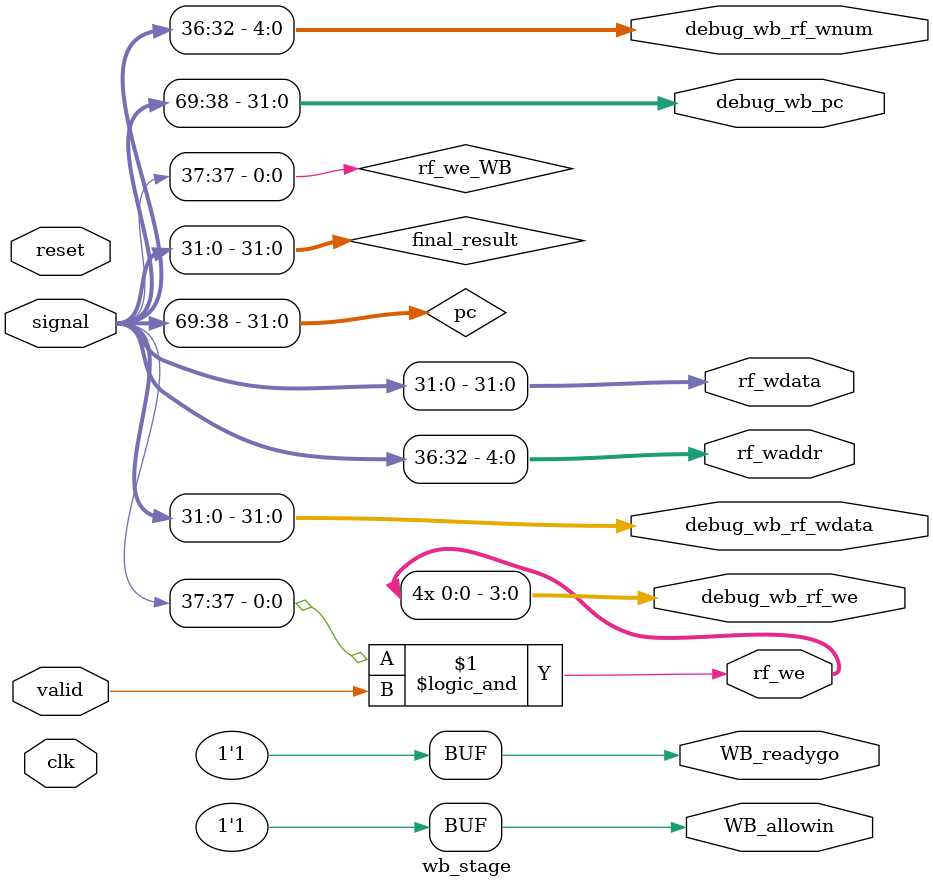
<source format=v>
module wb_stage(
    input  wire        clk,
    input  wire        reset,
    input  wire        valid,
    input  wire [69:0] signal,
 
    output wire [31:0] debug_wb_pc,
    output wire [ 3:0] debug_wb_rf_we,
    output wire [ 4:0] debug_wb_rf_wnum,
    output wire [31:0] debug_wb_rf_wdata,
    output wire [ 4:0] rf_waddr,
    output wire [31:0] rf_wdata,
    output wire        rf_we,
    output wire        WB_readygo,
    output wire        WB_allowin
);
wire [31:0] pc;

wire [31:0] final_result;

wire [31:0] mem_result;

wire        rf_we_WB;
assign {pc, rf_we_WB, rf_waddr, final_result} = signal;
assign rf_we = rf_we_WB && valid;



assign rf_wdata = final_result;

assign debug_wb_pc       = pc;
assign debug_wb_rf_we    = {4{rf_we}};
assign debug_wb_rf_wnum  = rf_waddr;
assign debug_wb_rf_wdata = final_result;

assign WB_readygo = 1'b1;
assign WB_allowin = WB_readygo;
endmodule
</source>
